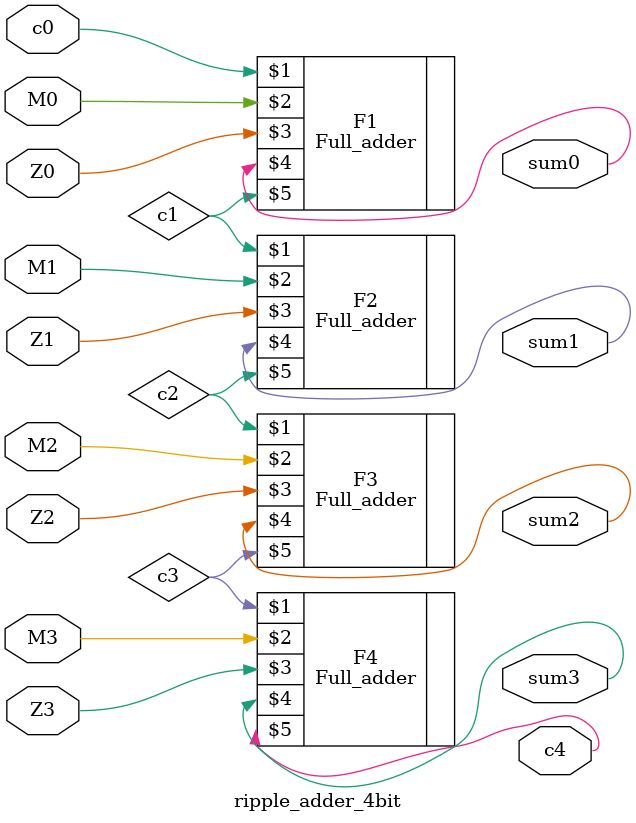
<source format=v>
module ripple_adder_4bit(input M0,M1,M2,M3,Z0,Z1,Z2,Z3,c0, output sum0,sum1,sum2,sum3,c4);
wire c1,c2,c3;
Full_adder F1(c0,M0,Z0,sum0,c1);
Full_adder F2(c1,M1,Z1,sum1,c2);
Full_adder F3(c2,M2,Z2,sum2,c3);
Full_adder F4(c3,M3,Z3,sum3,c4);
endmodule 


</source>
